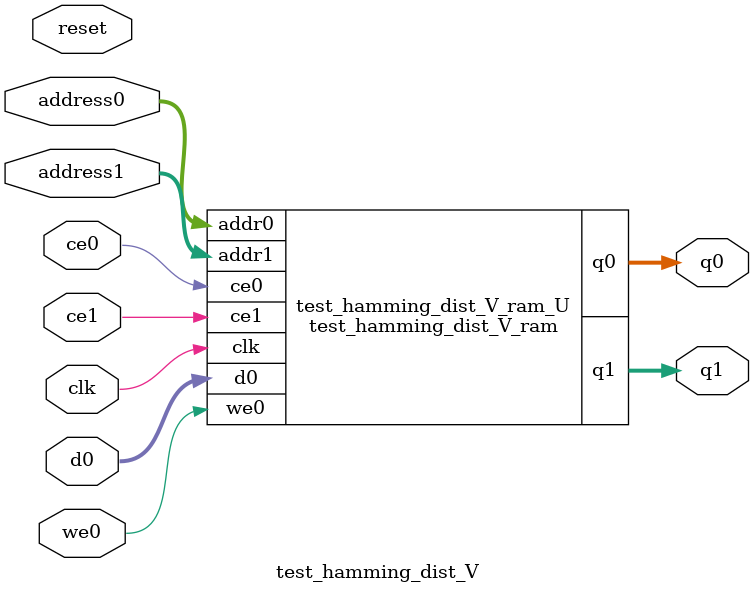
<source format=v>
`timescale 1 ns / 1 ps
module test_hamming_dist_V_ram (addr0, ce0, d0, we0, q0, addr1, ce1, q1,  clk);

parameter DWIDTH = 32;
parameter AWIDTH = 5;
parameter MEM_SIZE = 26;

input[AWIDTH-1:0] addr0;
input ce0;
input[DWIDTH-1:0] d0;
input we0;
output reg[DWIDTH-1:0] q0;
input[AWIDTH-1:0] addr1;
input ce1;
output reg[DWIDTH-1:0] q1;
input clk;

(* ram_style = "distributed" *)reg [DWIDTH-1:0] ram[0:MEM_SIZE-1];




always @(posedge clk)  
begin 
    if (ce0) begin
        if (we0) 
            ram[addr0] <= d0; 
        q0 <= ram[addr0];
    end
end


always @(posedge clk)  
begin 
    if (ce1) begin
        q1 <= ram[addr1];
    end
end


endmodule

`timescale 1 ns / 1 ps
module test_hamming_dist_V(
    reset,
    clk,
    address0,
    ce0,
    we0,
    d0,
    q0,
    address1,
    ce1,
    q1);

parameter DataWidth = 32'd32;
parameter AddressRange = 32'd26;
parameter AddressWidth = 32'd5;
input reset;
input clk;
input[AddressWidth - 1:0] address0;
input ce0;
input we0;
input[DataWidth - 1:0] d0;
output[DataWidth - 1:0] q0;
input[AddressWidth - 1:0] address1;
input ce1;
output[DataWidth - 1:0] q1;



test_hamming_dist_V_ram test_hamming_dist_V_ram_U(
    .clk( clk ),
    .addr0( address0 ),
    .ce0( ce0 ),
    .we0( we0 ),
    .d0( d0 ),
    .q0( q0 ),
    .addr1( address1 ),
    .ce1( ce1 ),
    .q1( q1 ));

endmodule


</source>
